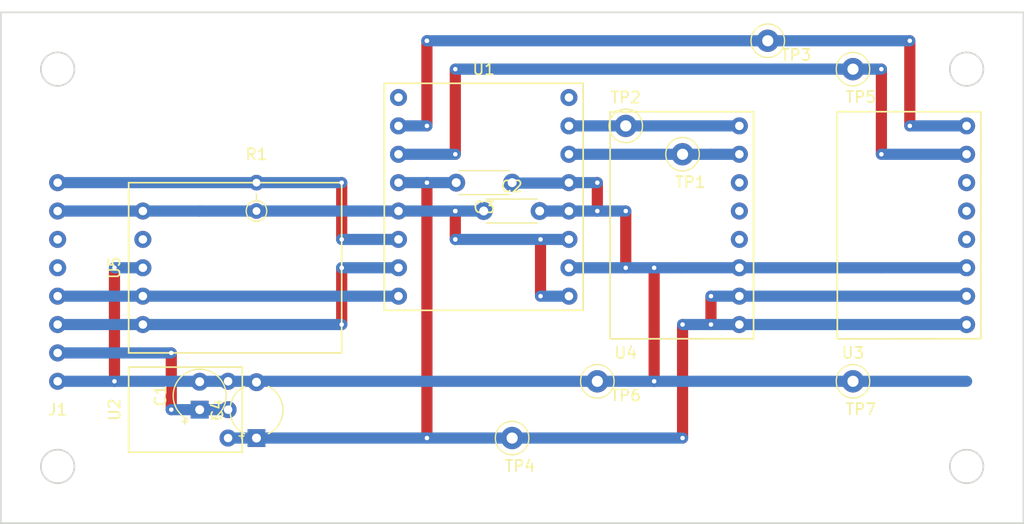
<source format=kicad_pcb>
(kicad_pcb (version 20171130) (host pcbnew "(5.1.2)-2")

  (general
    (thickness 1.6)
    (drawings 8)
    (tracks 115)
    (zones 0)
    (modules 18)
    (nets 23)
  )

  (page A4)
  (layers
    (0 F.Cu signal)
    (31 B.Cu signal)
    (32 B.Adhes user)
    (33 F.Adhes user)
    (34 B.Paste user)
    (35 F.Paste user)
    (36 B.SilkS user)
    (37 F.SilkS user)
    (38 B.Mask user)
    (39 F.Mask user)
    (40 Dwgs.User user)
    (41 Cmts.User user)
    (42 Eco1.User user)
    (43 Eco2.User user)
    (44 Edge.Cuts user)
    (45 Margin user)
    (46 B.CrtYd user)
    (47 F.CrtYd user)
    (48 B.Fab user)
    (49 F.Fab user)
  )

  (setup
    (last_trace_width 1)
    (user_trace_width 1)
    (trace_clearance 0.2)
    (zone_clearance 0.508)
    (zone_45_only no)
    (trace_min 0.2)
    (via_size 0.8)
    (via_drill 0.4)
    (via_min_size 0.4)
    (via_min_drill 0.3)
    (uvia_size 0.3)
    (uvia_drill 0.1)
    (uvias_allowed no)
    (uvia_min_size 0.2)
    (uvia_min_drill 0.1)
    (edge_width 0.15)
    (segment_width 0.2)
    (pcb_text_width 0.3)
    (pcb_text_size 1.5 1.5)
    (mod_edge_width 0.15)
    (mod_text_size 1 1)
    (mod_text_width 0.15)
    (pad_size 1.524 1.524)
    (pad_drill 0.762)
    (pad_to_mask_clearance 0.051)
    (solder_mask_min_width 0.25)
    (aux_axis_origin 0 0)
    (visible_elements 7FFFFFFF)
    (pcbplotparams
      (layerselection 0x01000_7ffffffe)
      (usegerberextensions false)
      (usegerberattributes false)
      (usegerberadvancedattributes false)
      (creategerberjobfile false)
      (excludeedgelayer true)
      (linewidth 0.100000)
      (plotframeref false)
      (viasonmask false)
      (mode 1)
      (useauxorigin false)
      (hpglpennumber 1)
      (hpglpenspeed 20)
      (hpglpendiameter 15.000000)
      (psnegative false)
      (psa4output false)
      (plotreference true)
      (plotvalue true)
      (plotinvisibletext false)
      (padsonsilk false)
      (subtractmaskfromsilk false)
      (outputformat 3)
      (mirror false)
      (drillshape 0)
      (scaleselection 1)
      (outputdirectory "C:/Users/Mike/Desktop/"))
  )

  (net 0 "")
  (net 1 GND)
  (net 2 +3V3)
  (net 3 +3.3VA)
  (net 4 /SCL)
  (net 5 /SDA)
  (net 6 "Net-(U1-Pad8)")
  (net 7 "Net-(U1-Pad9)")
  (net 8 "Net-(U3-Pad3)")
  (net 9 "Net-(U3-Pad4)")
  (net 10 "Net-(U3-Pad5)")
  (net 11 "Net-(U4-Pad5)")
  (net 12 "Net-(U4-Pad4)")
  (net 13 "Net-(U4-Pad3)")
  (net 14 "Net-(U5-Pad2)")
  (net 15 /BAT)
  (net 16 "Net-(TP5-Pad1)")
  (net 17 "Net-(J1-Pad3)")
  (net 18 /DRDY)
  (net 19 "Net-(J1-Pad4)")
  (net 20 "Net-(TP1-Pad1)")
  (net 21 "Net-(TP2-Pad1)")
  (net 22 "Net-(TP3-Pad1)")

  (net_class Default "This is the default net class."
    (clearance 0.2)
    (trace_width 1)
    (via_dia 0.8)
    (via_drill 0.4)
    (uvia_dia 0.3)
    (uvia_drill 0.1)
    (add_net +3.3VA)
    (add_net +3V3)
    (add_net /BAT)
    (add_net /DRDY)
    (add_net /SCL)
    (add_net /SDA)
    (add_net GND)
    (add_net "Net-(J1-Pad3)")
    (add_net "Net-(J1-Pad4)")
    (add_net "Net-(TP1-Pad1)")
    (add_net "Net-(TP2-Pad1)")
    (add_net "Net-(TP3-Pad1)")
    (add_net "Net-(TP5-Pad1)")
    (add_net "Net-(U1-Pad8)")
    (add_net "Net-(U1-Pad9)")
    (add_net "Net-(U3-Pad3)")
    (add_net "Net-(U3-Pad4)")
    (add_net "Net-(U3-Pad5)")
    (add_net "Net-(U4-Pad3)")
    (add_net "Net-(U4-Pad4)")
    (add_net "Net-(U4-Pad5)")
    (add_net "Net-(U5-Pad2)")
  )

  (module Capacitor_THT:C_Disc_D4.3mm_W1.9mm_P5.00mm (layer F.Cu) (tedit 5AE50EF0) (tstamp 5D70E623)
    (at 76.2 55.88 180)
    (descr "C, Disc series, Radial, pin pitch=5.00mm, , diameter*width=4.3*1.9mm^2, Capacitor, http://www.vishay.com/docs/45233/krseries.pdf")
    (tags "C Disc series Radial pin pitch 5.00mm  diameter 4.3mm width 1.9mm Capacitor")
    (path /5CE780E6)
    (fp_text reference C3 (at 2.5 -2.2 180) (layer F.SilkS)
      (effects (font (size 1 1) (thickness 0.15)))
    )
    (fp_text value 0.1uF (at 2.5 2.2 180) (layer F.Fab)
      (effects (font (size 1 1) (thickness 0.15)))
    )
    (fp_text user %R (at 2.5 0 180) (layer F.Fab)
      (effects (font (size 0.86 0.86) (thickness 0.129)))
    )
    (fp_line (start 6.05 -1.2) (end -1.05 -1.2) (layer F.CrtYd) (width 0.05))
    (fp_line (start 6.05 1.2) (end 6.05 -1.2) (layer F.CrtYd) (width 0.05))
    (fp_line (start -1.05 1.2) (end 6.05 1.2) (layer F.CrtYd) (width 0.05))
    (fp_line (start -1.05 -1.2) (end -1.05 1.2) (layer F.CrtYd) (width 0.05))
    (fp_line (start 4.77 1.055) (end 4.77 1.07) (layer F.SilkS) (width 0.12))
    (fp_line (start 4.77 -1.07) (end 4.77 -1.055) (layer F.SilkS) (width 0.12))
    (fp_line (start 0.23 1.055) (end 0.23 1.07) (layer F.SilkS) (width 0.12))
    (fp_line (start 0.23 -1.07) (end 0.23 -1.055) (layer F.SilkS) (width 0.12))
    (fp_line (start 0.23 1.07) (end 4.77 1.07) (layer F.SilkS) (width 0.12))
    (fp_line (start 0.23 -1.07) (end 4.77 -1.07) (layer F.SilkS) (width 0.12))
    (fp_line (start 4.65 -0.95) (end 0.35 -0.95) (layer F.Fab) (width 0.1))
    (fp_line (start 4.65 0.95) (end 4.65 -0.95) (layer F.Fab) (width 0.1))
    (fp_line (start 0.35 0.95) (end 4.65 0.95) (layer F.Fab) (width 0.1))
    (fp_line (start 0.35 -0.95) (end 0.35 0.95) (layer F.Fab) (width 0.1))
    (pad 2 thru_hole circle (at 5 0 180) (size 1.6 1.6) (drill 0.8) (layers *.Cu *.Mask)
      (net 3 +3.3VA))
    (pad 1 thru_hole circle (at 0 0 180) (size 1.6 1.6) (drill 0.8) (layers *.Cu *.Mask)
      (net 1 GND))
    (model ${KISYS3DMOD}/Capacitor_THT.3dshapes/C_Disc_D4.3mm_W1.9mm_P5.00mm.wrl
      (at (xyz 0 0 0))
      (scale (xyz 1 1 1))
      (rotate (xyz 0 0 0))
    )
  )

  (module Capacitor_THT:C_Disc_D4.3mm_W1.9mm_P5.00mm (layer F.Cu) (tedit 5AE50EF0) (tstamp 5D70E60F)
    (at 73.66 58.42)
    (descr "C, Disc series, Radial, pin pitch=5.00mm, , diameter*width=4.3*1.9mm^2, Capacitor, http://www.vishay.com/docs/45233/krseries.pdf")
    (tags "C Disc series Radial pin pitch 5.00mm  diameter 4.3mm width 1.9mm Capacitor")
    (path /5C9D408F)
    (fp_text reference C2 (at 2.5 -2.2) (layer F.SilkS)
      (effects (font (size 1 1) (thickness 0.15)))
    )
    (fp_text value 0.1uF (at 2.5 1.27) (layer F.Fab)
      (effects (font (size 1 1) (thickness 0.15)))
    )
    (fp_text user %R (at 2.5 0) (layer F.Fab)
      (effects (font (size 0.86 0.86) (thickness 0.129)))
    )
    (fp_line (start 6.05 -1.2) (end -1.05 -1.2) (layer F.CrtYd) (width 0.05))
    (fp_line (start 6.05 1.2) (end 6.05 -1.2) (layer F.CrtYd) (width 0.05))
    (fp_line (start -1.05 1.2) (end 6.05 1.2) (layer F.CrtYd) (width 0.05))
    (fp_line (start -1.05 -1.2) (end -1.05 1.2) (layer F.CrtYd) (width 0.05))
    (fp_line (start 4.77 1.055) (end 4.77 1.07) (layer F.SilkS) (width 0.12))
    (fp_line (start 4.77 -1.07) (end 4.77 -1.055) (layer F.SilkS) (width 0.12))
    (fp_line (start 0.23 1.055) (end 0.23 1.07) (layer F.SilkS) (width 0.12))
    (fp_line (start 0.23 -1.07) (end 0.23 -1.055) (layer F.SilkS) (width 0.12))
    (fp_line (start 0.23 1.07) (end 4.77 1.07) (layer F.SilkS) (width 0.12))
    (fp_line (start 0.23 -1.07) (end 4.77 -1.07) (layer F.SilkS) (width 0.12))
    (fp_line (start 4.65 -0.95) (end 0.35 -0.95) (layer F.Fab) (width 0.1))
    (fp_line (start 4.65 0.95) (end 4.65 -0.95) (layer F.Fab) (width 0.1))
    (fp_line (start 0.35 0.95) (end 4.65 0.95) (layer F.Fab) (width 0.1))
    (fp_line (start 0.35 -0.95) (end 0.35 0.95) (layer F.Fab) (width 0.1))
    (pad 2 thru_hole circle (at 5 0) (size 1.6 1.6) (drill 0.8) (layers *.Cu *.Mask)
      (net 1 GND))
    (pad 1 thru_hole circle (at 0 0) (size 1.6 1.6) (drill 0.8) (layers *.Cu *.Mask)
      (net 2 +3V3))
    (model ${KISYS3DMOD}/Capacitor_THT.3dshapes/C_Disc_D4.3mm_W1.9mm_P5.00mm.wrl
      (at (xyz 0 0 0))
      (scale (xyz 1 1 1))
      (rotate (xyz 0 0 0))
    )
  )

  (module street_sense_footprints:RT9170_Module (layer F.Cu) (tedit 5D31F848) (tstamp 5D5784FE)
    (at 53.34 76.2 270)
    (path /5CDB8402)
    (fp_text reference U2 (at 0 12.7 270) (layer F.SilkS)
      (effects (font (size 1 1) (thickness 0.15)))
    )
    (fp_text value RT9170-3.3 (at 5.08 0 180) (layer F.Fab)
      (effects (font (size 1 1) (thickness 0.15)))
    )
    (fp_line (start -3.81 11.43) (end -3.81 1.27) (layer F.SilkS) (width 0.15))
    (fp_line (start 3.81 11.43) (end -3.81 11.43) (layer F.SilkS) (width 0.15))
    (fp_line (start 3.81 1.27) (end 3.81 11.43) (layer F.SilkS) (width 0.15))
    (fp_line (start -3.81 1.27) (end 3.81 1.27) (layer F.SilkS) (width 0.15))
    (pad 3 thru_hole circle (at 0 2.54 270) (size 1.524 1.524) (drill 0.762) (layers *.Cu *.Mask)
      (net 15 /BAT))
    (pad 2 thru_hole circle (at 2.54 2.54 270) (size 1.524 1.524) (drill 0.762) (layers *.Cu *.Mask)
      (net 3 +3.3VA))
    (pad 1 thru_hole circle (at -2.54 2.54 270) (size 1.524 1.524) (drill 0.762) (layers *.Cu *.Mask)
      (net 1 GND))
  )

  (module Capacitor_THT:CP_Radial_Tantal_D4.5mm_P2.50mm (layer F.Cu) (tedit 5AE50EF0) (tstamp 5D578488)
    (at 48.26 76.2 90)
    (descr "CP, Radial_Tantal series, Radial, pin pitch=2.50mm, , diameter=4.5mm, Tantal Electrolytic Capacitor, http://cdn-reichelt.de/documents/datenblatt/B300/TANTAL-TB-Serie%23.pdf")
    (tags "CP Radial_Tantal series Radial pin pitch 2.50mm  diameter 4.5mm Tantal Electrolytic Capacitor")
    (path /5CDC3887)
    (fp_text reference C1 (at 1.25 -3.5 90) (layer F.SilkS)
      (effects (font (size 1 1) (thickness 0.15)))
    )
    (fp_text value 10uF (at -2.54 -1.27) (layer F.Fab)
      (effects (font (size 1 1) (thickness 0.15)))
    )
    (fp_text user %R (at 1.27 -1.27 180) (layer F.Fab)
      (effects (font (size 0.9 0.9) (thickness 0.135)))
    )
    (fp_line (start -1.062288 -1.56) (end -1.062288 -1.11) (layer F.SilkS) (width 0.12))
    (fp_line (start -1.287288 -1.335) (end -0.837288 -1.335) (layer F.SilkS) (width 0.12))
    (fp_line (start -0.44308 -1.2025) (end -0.44308 -0.7525) (layer F.Fab) (width 0.1))
    (fp_line (start -0.66808 -0.9775) (end -0.21808 -0.9775) (layer F.Fab) (width 0.1))
    (fp_circle (center 1.25 0) (end 3.78 0) (layer F.CrtYd) (width 0.05))
    (fp_circle (center 1.25 0) (end 3.5 0) (layer F.Fab) (width 0.1))
    (fp_arc (start 1.25 0) (end -0.869741 -1.06) (angle 306.864288) (layer F.SilkS) (width 0.12))
    (pad 2 thru_hole circle (at 2.5 0 90) (size 1.6 1.6) (drill 0.8) (layers *.Cu *.Mask)
      (net 1 GND))
    (pad 1 thru_hole rect (at 0 0 90) (size 1.6 1.6) (drill 0.8) (layers *.Cu *.Mask)
      (net 15 /BAT))
    (model ${KISYS3DMOD}/Capacitor_THT.3dshapes/CP_Radial_Tantal_D4.5mm_P2.50mm.wrl
      (at (xyz 0 0 0))
      (scale (xyz 1 1 1))
      (rotate (xyz 0 0 0))
    )
  )

  (module street_sense_footprints:connector_8pin (layer F.Cu) (tedit 5D2FF736) (tstamp 5D5784C4)
    (at 35.56 53.34)
    (path /5D4CE359)
    (fp_text reference J1 (at 0 22.86) (layer F.SilkS)
      (effects (font (size 1 1) (thickness 0.15)))
    )
    (fp_text value Conn_01x08 (at 0 -0.5) (layer F.Fab)
      (effects (font (size 1 1) (thickness 0.15)))
    )
    (pad 8 thru_hole circle (at 0 20.32) (size 1.524 1.524) (drill 0.762) (layers *.Cu *.Mask)
      (net 1 GND))
    (pad 7 thru_hole circle (at 0 17.78) (size 1.524 1.524) (drill 0.762) (layers *.Cu *.Mask)
      (net 15 /BAT))
    (pad 6 thru_hole circle (at 0 15.24) (size 1.524 1.524) (drill 0.762) (layers *.Cu *.Mask)
      (net 5 /SDA))
    (pad 5 thru_hole circle (at 0 12.7) (size 1.524 1.524) (drill 0.762) (layers *.Cu *.Mask)
      (net 4 /SCL))
    (pad 4 thru_hole circle (at 0 10.16) (size 1.524 1.524) (drill 0.762) (layers *.Cu *.Mask)
      (net 19 "Net-(J1-Pad4)"))
    (pad 3 thru_hole circle (at 0 7.62) (size 1.524 1.524) (drill 0.762) (layers *.Cu *.Mask)
      (net 17 "Net-(J1-Pad3)"))
    (pad 2 thru_hole circle (at 0 5.08) (size 1.524 1.524) (drill 0.762) (layers *.Cu *.Mask)
      (net 2 +3V3))
    (pad 1 thru_hole circle (at 0 2.54) (size 1.524 1.524) (drill 0.762) (layers *.Cu *.Mask)
      (net 18 /DRDY))
  )

  (module street_sense_footprints:ADS1219_Module (layer F.Cu) (tedit 5D31F715) (tstamp 5D5784F3)
    (at 76.2 68.58 180)
    (path /5C904167)
    (fp_text reference U1 (at 2.54 22.86 180) (layer F.SilkS)
      (effects (font (size 1 1) (thickness 0.15)))
    )
    (fp_text value ADS1219 (at 10.16 22.86 180) (layer F.Fab)
      (effects (font (size 1 1) (thickness 0.15)))
    )
    (fp_line (start -6.35 21.59) (end -6.35 1.27) (layer F.SilkS) (width 0.15))
    (fp_line (start 11.43 21.59) (end -6.35 21.59) (layer F.SilkS) (width 0.15))
    (fp_line (start 11.43 1.27) (end 11.43 21.59) (layer F.SilkS) (width 0.15))
    (fp_line (start -6.35 1.27) (end 11.43 1.27) (layer F.SilkS) (width 0.15))
    (pad 16 thru_hole circle (at 10.16 2.54 180) (size 1.524 1.524) (drill 0.762) (layers *.Cu *.Mask)
      (net 4 /SCL))
    (pad 15 thru_hole circle (at 10.16 5.08 180) (size 1.524 1.524) (drill 0.762) (layers *.Cu *.Mask)
      (net 5 /SDA))
    (pad 14 thru_hole circle (at 10.16 7.62 180) (size 1.524 1.524) (drill 0.762) (layers *.Cu *.Mask)
      (net 18 /DRDY))
    (pad 13 thru_hole circle (at 10.16 10.16 180) (size 1.524 1.524) (drill 0.762) (layers *.Cu *.Mask)
      (net 2 +3V3))
    (pad 12 thru_hole circle (at 10.16 12.7 180) (size 1.524 1.524) (drill 0.762) (layers *.Cu *.Mask)
      (net 3 +3.3VA))
    (pad 11 thru_hole circle (at 10.16 15.24 180) (size 1.524 1.524) (drill 0.762) (layers *.Cu *.Mask)
      (net 16 "Net-(TP5-Pad1)"))
    (pad 10 thru_hole circle (at 10.16 17.78 180) (size 1.524 1.524) (drill 0.762) (layers *.Cu *.Mask)
      (net 22 "Net-(TP3-Pad1)"))
    (pad 9 thru_hole circle (at 10.16 20.32 180) (size 1.524 1.524) (drill 0.762) (layers *.Cu *.Mask)
      (net 7 "Net-(U1-Pad9)"))
    (pad 8 thru_hole circle (at -5.08 20.32 180) (size 1.524 1.524) (drill 0.762) (layers *.Cu *.Mask)
      (net 6 "Net-(U1-Pad8)"))
    (pad 7 thru_hole circle (at -5.08 17.78 180) (size 1.524 1.524) (drill 0.762) (layers *.Cu *.Mask)
      (net 21 "Net-(TP2-Pad1)"))
    (pad 6 thru_hole circle (at -5.08 15.24 180) (size 1.524 1.524) (drill 0.762) (layers *.Cu *.Mask)
      (net 20 "Net-(TP1-Pad1)"))
    (pad 5 thru_hole circle (at -5.08 12.7 180) (size 1.524 1.524) (drill 0.762) (layers *.Cu *.Mask)
      (net 1 GND))
    (pad 4 thru_hole circle (at -5.08 10.16 180) (size 1.524 1.524) (drill 0.762) (layers *.Cu *.Mask)
      (net 1 GND))
    (pad 3 thru_hole circle (at -5.08 7.62 180) (size 1.524 1.524) (drill 0.762) (layers *.Cu *.Mask)
      (net 2 +3V3))
    (pad 2 thru_hole circle (at -5.08 5.08 180) (size 1.524 1.524) (drill 0.762) (layers *.Cu *.Mask)
      (net 1 GND))
    (pad 1 thru_hole circle (at -5.08 2.54 180) (size 1.524 1.524) (drill 0.762) (layers *.Cu *.Mask)
      (net 2 +3V3))
  )

  (module street_sense_footprints:Spec_Sensor_ULPSM_Module (layer F.Cu) (tedit 5D3234BA) (tstamp 5D57850E)
    (at 119.38 60.96 270)
    (path /5C65D94F)
    (fp_text reference U3 (at 10.16 12.7 180) (layer F.SilkS)
      (effects (font (size 1 1) (thickness 0.15)))
    )
    (fp_text value ULPSM-O3 (at 10.16 3.81 180) (layer F.Fab)
      (effects (font (size 1 1) (thickness 0.15)))
    )
    (fp_line (start -11.43 14.11) (end -11.43 1.27) (layer F.SilkS) (width 0.15))
    (fp_line (start 8.9 14.1) (end -11.42 14.1) (layer F.SilkS) (width 0.15))
    (fp_line (start 8.89 1.27) (end 8.9 14.1) (layer F.SilkS) (width 0.15))
    (fp_line (start -11.43 1.27) (end 8.89 1.27) (layer F.SilkS) (width 0.15))
    (pad 8 thru_hole circle (at 7.62 2.54 270) (size 1.524 1.524) (drill 0.762) (layers *.Cu *.Mask)
      (net 3 +3.3VA))
    (pad 7 thru_hole circle (at 5.08 2.54 270) (size 1.524 1.524) (drill 0.762) (layers *.Cu *.Mask)
      (net 3 +3.3VA))
    (pad 6 thru_hole circle (at 2.54 2.54 270) (size 1.524 1.524) (drill 0.762) (layers *.Cu *.Mask)
      (net 1 GND))
    (pad 5 thru_hole circle (at 0 2.54 270) (size 1.524 1.524) (drill 0.762) (layers *.Cu *.Mask)
      (net 10 "Net-(U3-Pad5)"))
    (pad 4 thru_hole circle (at -2.54 2.54 270) (size 1.524 1.524) (drill 0.762) (layers *.Cu *.Mask)
      (net 9 "Net-(U3-Pad4)"))
    (pad 3 thru_hole circle (at -5.08 2.54 270) (size 1.524 1.524) (drill 0.762) (layers *.Cu *.Mask)
      (net 8 "Net-(U3-Pad3)"))
    (pad 2 thru_hole circle (at -7.62 2.54 270) (size 1.524 1.524) (drill 0.762) (layers *.Cu *.Mask)
      (net 16 "Net-(TP5-Pad1)"))
    (pad 1 thru_hole circle (at -10.16 2.54 270) (size 1.524 1.524) (drill 0.762) (layers *.Cu *.Mask)
      (net 22 "Net-(TP3-Pad1)"))
  )

  (module street_sense_footprints:Spec_Sensor_ULPSM_Module (layer F.Cu) (tedit 5D3234BA) (tstamp 5D57851E)
    (at 99.06 60.96 270)
    (path /5C65DB1D)
    (fp_text reference U4 (at 10.16 12.7 180) (layer F.SilkS)
      (effects (font (size 1 1) (thickness 0.15)))
    )
    (fp_text value ULPSM-NO2 (at 10.16 2.54 180) (layer F.Fab)
      (effects (font (size 1 1) (thickness 0.15)))
    )
    (fp_line (start -11.43 14.11) (end -11.43 1.27) (layer F.SilkS) (width 0.15))
    (fp_line (start 8.9 14.1) (end -11.42 14.1) (layer F.SilkS) (width 0.15))
    (fp_line (start 8.89 1.27) (end 8.9 14.1) (layer F.SilkS) (width 0.15))
    (fp_line (start -11.43 1.27) (end 8.89 1.27) (layer F.SilkS) (width 0.15))
    (pad 8 thru_hole circle (at 7.62 2.54 270) (size 1.524 1.524) (drill 0.762) (layers *.Cu *.Mask)
      (net 3 +3.3VA))
    (pad 7 thru_hole circle (at 5.08 2.54 270) (size 1.524 1.524) (drill 0.762) (layers *.Cu *.Mask)
      (net 3 +3.3VA))
    (pad 6 thru_hole circle (at 2.54 2.54 270) (size 1.524 1.524) (drill 0.762) (layers *.Cu *.Mask)
      (net 1 GND))
    (pad 5 thru_hole circle (at 0 2.54 270) (size 1.524 1.524) (drill 0.762) (layers *.Cu *.Mask)
      (net 11 "Net-(U4-Pad5)"))
    (pad 4 thru_hole circle (at -2.54 2.54 270) (size 1.524 1.524) (drill 0.762) (layers *.Cu *.Mask)
      (net 12 "Net-(U4-Pad4)"))
    (pad 3 thru_hole circle (at -5.08 2.54 270) (size 1.524 1.524) (drill 0.762) (layers *.Cu *.Mask)
      (net 13 "Net-(U4-Pad3)"))
    (pad 2 thru_hole circle (at -7.62 2.54 270) (size 1.524 1.524) (drill 0.762) (layers *.Cu *.Mask)
      (net 20 "Net-(TP1-Pad1)"))
    (pad 1 thru_hole circle (at -10.16 2.54 270) (size 1.524 1.524) (drill 0.762) (layers *.Cu *.Mask)
      (net 21 "Net-(TP2-Pad1)"))
  )

  (module street_sense_footprints:Si7021_Module (layer F.Cu) (tedit 5D31FFCF) (tstamp 5D57852B)
    (at 53.34 63.5 270)
    (path /5C99F1F0)
    (fp_text reference U5 (at 0 12.7 270) (layer F.SilkS)
      (effects (font (size 1 1) (thickness 0.15)))
    )
    (fp_text value Si7021_Module (at 7.62 -7.62 180) (layer F.Fab)
      (effects (font (size 1 1) (thickness 0.15)))
    )
    (fp_line (start -7.62 -7.62) (end -7.62 11.43) (layer F.SilkS) (width 0.15))
    (fp_line (start 7.62 -7.62) (end -7.62 -7.62) (layer F.SilkS) (width 0.15))
    (fp_line (start 7.62 11.43) (end 7.62 -7.62) (layer F.SilkS) (width 0.15))
    (fp_line (start -7.62 11.43) (end 7.62 11.43) (layer F.SilkS) (width 0.15))
    (pad 5 thru_hole circle (at 5.08 10.16 270) (size 1.524 1.524) (drill 0.762) (layers *.Cu *.Mask)
      (net 5 /SDA))
    (pad 4 thru_hole circle (at 2.54 10.16 270) (size 1.524 1.524) (drill 0.762) (layers *.Cu *.Mask)
      (net 4 /SCL))
    (pad 3 thru_hole circle (at 0 10.16 270) (size 1.524 1.524) (drill 0.762) (layers *.Cu *.Mask)
      (net 1 GND))
    (pad 2 thru_hole circle (at -2.54 10.16 270) (size 1.524 1.524) (drill 0.762) (layers *.Cu *.Mask)
      (net 14 "Net-(U5-Pad2)"))
    (pad 1 thru_hole circle (at -5.08 10.16 270) (size 1.524 1.524) (drill 0.762) (layers *.Cu *.Mask)
      (net 2 +3V3))
  )

  (module TestPoint:TestPoint_Loop_D2.50mm_Drill1.0mm (layer F.Cu) (tedit 5A0F774F) (tstamp 5D387A81)
    (at 86.36 50.8)
    (descr "wire loop as test point, loop diameter 2.5mm, hole diameter 1.0mm")
    (tags "test point wire loop bead")
    (path /5D3273D8)
    (fp_text reference TP2 (at 0 -2.54) (layer F.SilkS)
      (effects (font (size 1 1) (thickness 0.15)))
    )
    (fp_text value TestPoint (at 0 -3.81) (layer F.Fab)
      (effects (font (size 1 1) (thickness 0.15)))
    )
    (fp_text user %R (at 0.7 2.5) (layer F.Fab)
      (effects (font (size 1 1) (thickness 0.15)))
    )
    (fp_circle (center 0 0) (end 1.5 0) (layer F.SilkS) (width 0.12))
    (fp_circle (center 0 0) (end 1.8 0) (layer F.CrtYd) (width 0.05))
    (fp_line (start 1.3 -0.2) (end -1.3 -0.2) (layer F.Fab) (width 0.12))
    (fp_line (start 1.3 0.2) (end 1.3 -0.2) (layer F.Fab) (width 0.12))
    (fp_line (start -1.3 0.2) (end 1.3 0.2) (layer F.Fab) (width 0.12))
    (fp_line (start -1.3 -0.2) (end -1.3 0.2) (layer F.Fab) (width 0.12))
    (pad 1 thru_hole circle (at 0 0) (size 2 2) (drill 1) (layers *.Cu *.Mask)
      (net 21 "Net-(TP2-Pad1)"))
    (model ${KISYS3DMOD}/TestPoint.3dshapes/TestPoint_Loop_D2.50mm_Drill1.0mm.wrl
      (at (xyz 0 0 0))
      (scale (xyz 1 1 1))
      (rotate (xyz 0 0 0))
    )
  )

  (module TestPoint:TestPoint_Loop_D2.50mm_Drill1.0mm (layer F.Cu) (tedit 5A0F774F) (tstamp 5D7E0901)
    (at 76.2 78.74)
    (descr "wire loop as test point, loop diameter 2.5mm, hole diameter 1.0mm")
    (tags "test point wire loop bead")
    (path /5D327912)
    (fp_text reference TP4 (at 0.7 2.5) (layer F.SilkS)
      (effects (font (size 1 1) (thickness 0.15)))
    )
    (fp_text value TestPoint (at 0 -2.54) (layer F.Fab)
      (effects (font (size 1 1) (thickness 0.15)))
    )
    (fp_text user %R (at 0.7 2.5) (layer F.Fab)
      (effects (font (size 1 1) (thickness 0.15)))
    )
    (fp_circle (center 0 0) (end 1.5 0) (layer F.SilkS) (width 0.12))
    (fp_circle (center 0 0) (end 1.8 0) (layer F.CrtYd) (width 0.05))
    (fp_line (start 1.3 -0.2) (end -1.3 -0.2) (layer F.Fab) (width 0.12))
    (fp_line (start 1.3 0.2) (end 1.3 -0.2) (layer F.Fab) (width 0.12))
    (fp_line (start -1.3 0.2) (end 1.3 0.2) (layer F.Fab) (width 0.12))
    (fp_line (start -1.3 -0.2) (end -1.3 0.2) (layer F.Fab) (width 0.12))
    (pad 1 thru_hole circle (at 0 0) (size 2 2) (drill 1) (layers *.Cu *.Mask)
      (net 3 +3.3VA))
    (model ${KISYS3DMOD}/TestPoint.3dshapes/TestPoint_Loop_D2.50mm_Drill1.0mm.wrl
      (at (xyz 0 0 0))
      (scale (xyz 1 1 1))
      (rotate (xyz 0 0 0))
    )
  )

  (module TestPoint:TestPoint_Loop_D2.50mm_Drill1.0mm (layer F.Cu) (tedit 5A0F774F) (tstamp 5D7E090D)
    (at 106.68 45.72)
    (descr "wire loop as test point, loop diameter 2.5mm, hole diameter 1.0mm")
    (tags "test point wire loop bead")
    (path /5D327640)
    (fp_text reference TP5 (at 0.7 2.5) (layer F.SilkS)
      (effects (font (size 1 1) (thickness 0.15)))
    )
    (fp_text value TestPoint (at 0 -3.81) (layer F.Fab)
      (effects (font (size 1 1) (thickness 0.15)))
    )
    (fp_text user %R (at 0.7 2.5) (layer F.Fab)
      (effects (font (size 1 1) (thickness 0.15)))
    )
    (fp_circle (center 0 0) (end 1.5 0) (layer F.SilkS) (width 0.12))
    (fp_circle (center 0 0) (end 1.8 0) (layer F.CrtYd) (width 0.05))
    (fp_line (start 1.3 -0.2) (end -1.3 -0.2) (layer F.Fab) (width 0.12))
    (fp_line (start 1.3 0.2) (end 1.3 -0.2) (layer F.Fab) (width 0.12))
    (fp_line (start -1.3 0.2) (end 1.3 0.2) (layer F.Fab) (width 0.12))
    (fp_line (start -1.3 -0.2) (end -1.3 0.2) (layer F.Fab) (width 0.12))
    (pad 1 thru_hole circle (at 0 0) (size 2 2) (drill 1) (layers *.Cu *.Mask)
      (net 16 "Net-(TP5-Pad1)"))
    (model ${KISYS3DMOD}/TestPoint.3dshapes/TestPoint_Loop_D2.50mm_Drill1.0mm.wrl
      (at (xyz 0 0 0))
      (scale (xyz 1 1 1))
      (rotate (xyz 0 0 0))
    )
  )

  (module TestPoint:TestPoint_Loop_D2.50mm_Drill1.0mm (layer F.Cu) (tedit 5A0F774F) (tstamp 5D7E0919)
    (at 83.82 73.66)
    (descr "wire loop as test point, loop diameter 2.5mm, hole diameter 1.0mm")
    (tags "test point wire loop bead")
    (path /5D3F578D)
    (fp_text reference TP6 (at 2.54 1.27) (layer F.SilkS)
      (effects (font (size 1 1) (thickness 0.15)))
    )
    (fp_text value TestPoint (at -2.54 -2.54) (layer F.Fab)
      (effects (font (size 1 1) (thickness 0.15)))
    )
    (fp_text user %R (at 0.7 2.5) (layer F.Fab)
      (effects (font (size 1 1) (thickness 0.15)))
    )
    (fp_circle (center 0 0) (end 1.5 0) (layer F.SilkS) (width 0.12))
    (fp_circle (center 0 0) (end 1.8 0) (layer F.CrtYd) (width 0.05))
    (fp_line (start 1.3 -0.2) (end -1.3 -0.2) (layer F.Fab) (width 0.12))
    (fp_line (start 1.3 0.2) (end 1.3 -0.2) (layer F.Fab) (width 0.12))
    (fp_line (start -1.3 0.2) (end 1.3 0.2) (layer F.Fab) (width 0.12))
    (fp_line (start -1.3 -0.2) (end -1.3 0.2) (layer F.Fab) (width 0.12))
    (pad 1 thru_hole circle (at 0 0) (size 2 2) (drill 1) (layers *.Cu *.Mask)
      (net 1 GND))
    (model ${KISYS3DMOD}/TestPoint.3dshapes/TestPoint_Loop_D2.50mm_Drill1.0mm.wrl
      (at (xyz 0 0 0))
      (scale (xyz 1 1 1))
      (rotate (xyz 0 0 0))
    )
  )

  (module TestPoint:TestPoint_Loop_D2.50mm_Drill1.0mm (layer F.Cu) (tedit 5A0F774F) (tstamp 5D3F3C55)
    (at 91.44 53.34)
    (descr "wire loop as test point, loop diameter 2.5mm, hole diameter 1.0mm")
    (tags "test point wire loop bead")
    (path /5D327569)
    (fp_text reference TP1 (at 0.7 2.5) (layer F.SilkS)
      (effects (font (size 1 1) (thickness 0.15)))
    )
    (fp_text value TestPoint (at -2.54 1.27) (layer F.Fab)
      (effects (font (size 1 1) (thickness 0.15)))
    )
    (fp_text user %R (at 0.7 2.5) (layer F.Fab)
      (effects (font (size 1 1) (thickness 0.15)))
    )
    (fp_circle (center 0 0) (end 1.5 0) (layer F.SilkS) (width 0.12))
    (fp_circle (center 0 0) (end 1.8 0) (layer F.CrtYd) (width 0.05))
    (fp_line (start 1.3 -0.2) (end -1.3 -0.2) (layer F.Fab) (width 0.12))
    (fp_line (start 1.3 0.2) (end 1.3 -0.2) (layer F.Fab) (width 0.12))
    (fp_line (start -1.3 0.2) (end 1.3 0.2) (layer F.Fab) (width 0.12))
    (fp_line (start -1.3 -0.2) (end -1.3 0.2) (layer F.Fab) (width 0.12))
    (pad 1 thru_hole circle (at 0 0) (size 2 2) (drill 1) (layers *.Cu *.Mask)
      (net 20 "Net-(TP1-Pad1)"))
    (model ${KISYS3DMOD}/TestPoint.3dshapes/TestPoint_Loop_D2.50mm_Drill1.0mm.wrl
      (at (xyz 0 0 0))
      (scale (xyz 1 1 1))
      (rotate (xyz 0 0 0))
    )
  )

  (module TestPoint:TestPoint_Loop_D2.50mm_Drill1.0mm (layer F.Cu) (tedit 5A0F774F) (tstamp 5D3F3C61)
    (at 99.06 43.18)
    (descr "wire loop as test point, loop diameter 2.5mm, hole diameter 1.0mm")
    (tags "test point wire loop bead")
    (path /5D3276FB)
    (fp_text reference TP3 (at 2.54 1.27) (layer F.SilkS)
      (effects (font (size 1 1) (thickness 0.15)))
    )
    (fp_text value TestPoint (at 0 -2.8) (layer F.Fab)
      (effects (font (size 1 1) (thickness 0.15)))
    )
    (fp_text user %R (at 0.7 2.5) (layer F.Fab)
      (effects (font (size 1 1) (thickness 0.15)))
    )
    (fp_circle (center 0 0) (end 1.5 0) (layer F.SilkS) (width 0.12))
    (fp_circle (center 0 0) (end 1.8 0) (layer F.CrtYd) (width 0.05))
    (fp_line (start 1.3 -0.2) (end -1.3 -0.2) (layer F.Fab) (width 0.12))
    (fp_line (start 1.3 0.2) (end 1.3 -0.2) (layer F.Fab) (width 0.12))
    (fp_line (start -1.3 0.2) (end 1.3 0.2) (layer F.Fab) (width 0.12))
    (fp_line (start -1.3 -0.2) (end -1.3 0.2) (layer F.Fab) (width 0.12))
    (pad 1 thru_hole circle (at 0 0) (size 2 2) (drill 1) (layers *.Cu *.Mask)
      (net 22 "Net-(TP3-Pad1)"))
    (model ${KISYS3DMOD}/TestPoint.3dshapes/TestPoint_Loop_D2.50mm_Drill1.0mm.wrl
      (at (xyz 0 0 0))
      (scale (xyz 1 1 1))
      (rotate (xyz 0 0 0))
    )
  )

  (module Resistor_THT:R_Axial_DIN0204_L3.6mm_D1.6mm_P2.54mm_Vertical (layer F.Cu) (tedit 5AE5139B) (tstamp 5D4BF97C)
    (at 53.34 58.42 90)
    (descr "Resistor, Axial_DIN0204 series, Axial, Vertical, pin pitch=2.54mm, 0.167W, length*diameter=3.6*1.6mm^2, http://cdn-reichelt.de/documents/datenblatt/B400/1_4W%23YAG.pdf")
    (tags "Resistor Axial_DIN0204 series Axial Vertical pin pitch 2.54mm 0.167W length 3.6mm diameter 1.6mm")
    (path /5CF0F516)
    (fp_text reference R1 (at 5.08 0 180) (layer F.SilkS)
      (effects (font (size 1 1) (thickness 0.15)))
    )
    (fp_text value 4.7k (at -2.54 0 180) (layer F.Fab)
      (effects (font (size 1 1) (thickness 0.15)))
    )
    (fp_text user %R (at 1.27 -1.92 180) (layer F.Fab)
      (effects (font (size 1 1) (thickness 0.15)))
    )
    (fp_line (start 3.49 -1.05) (end -1.05 -1.05) (layer F.CrtYd) (width 0.05))
    (fp_line (start 3.49 1.05) (end 3.49 -1.05) (layer F.CrtYd) (width 0.05))
    (fp_line (start -1.05 1.05) (end 3.49 1.05) (layer F.CrtYd) (width 0.05))
    (fp_line (start -1.05 -1.05) (end -1.05 1.05) (layer F.CrtYd) (width 0.05))
    (fp_line (start 0.92 0) (end 1.54 0) (layer F.SilkS) (width 0.12))
    (fp_line (start 0 0) (end 2.54 0) (layer F.Fab) (width 0.1))
    (fp_circle (center 0 0) (end 0.92 0) (layer F.SilkS) (width 0.12))
    (fp_circle (center 0 0) (end 0.8 0) (layer F.Fab) (width 0.1))
    (pad 2 thru_hole oval (at 2.54 0 90) (size 1.4 1.4) (drill 0.7) (layers *.Cu *.Mask)
      (net 18 /DRDY))
    (pad 1 thru_hole circle (at 0 0 90) (size 1.4 1.4) (drill 0.7) (layers *.Cu *.Mask)
      (net 2 +3V3))
    (model ${KISYS3DMOD}/Resistor_THT.3dshapes/R_Axial_DIN0204_L3.6mm_D1.6mm_P2.54mm_Vertical.wrl
      (at (xyz 0 0 0))
      (scale (xyz 1 1 1))
      (rotate (xyz 0 0 0))
    )
  )

  (module Capacitor_THT:CP_Radial_Tantal_D4.5mm_P5.00mm (layer F.Cu) (tedit 5AE50EF0) (tstamp 5D4BFB6B)
    (at 53.34 78.74 90)
    (descr "CP, Radial_Tantal series, Radial, pin pitch=5.00mm, , diameter=4.5mm, Tantal Electrolytic Capacitor, http://cdn-reichelt.de/documents/datenblatt/B300/TANTAL-TB-Serie%23.pdf")
    (tags "CP Radial_Tantal series Radial pin pitch 5.00mm  diameter 4.5mm Tantal Electrolytic Capacitor")
    (path /5CDC93B5)
    (fp_text reference C4 (at 2.5 -3.5 90) (layer F.SilkS)
      (effects (font (size 1 1) (thickness 0.15)))
    )
    (fp_text value 10uF (at 2.5 3.5 180) (layer F.Fab)
      (effects (font (size 1 1) (thickness 0.15)))
    )
    (fp_arc (start 2.5 0) (end 0.380259 -1.06) (angle 126.864288) (layer F.SilkS) (width 0.12))
    (fp_arc (start 2.5 0) (end 0.380259 1.06) (angle -126.864288) (layer F.SilkS) (width 0.12))
    (fp_circle (center 2.5 0) (end 4.75 0) (layer F.Fab) (width 0.1))
    (fp_circle (center 2.5 0) (end 6.22 0) (layer F.CrtYd) (width 0.05))
    (fp_line (start 0.58192 -0.9775) (end 1.03192 -0.9775) (layer F.Fab) (width 0.1))
    (fp_line (start 0.80692 -1.2025) (end 0.80692 -0.7525) (layer F.Fab) (width 0.1))
    (fp_line (start -0.037288 -1.335) (end 0.412712 -1.335) (layer F.SilkS) (width 0.12))
    (fp_line (start 0.187712 -1.56) (end 0.187712 -1.11) (layer F.SilkS) (width 0.12))
    (fp_text user %R (at 2.5 0 180) (layer F.Fab)
      (effects (font (size 0.9 0.9) (thickness 0.135)))
    )
    (pad 1 thru_hole rect (at 0 0 90) (size 1.6 1.6) (drill 0.8) (layers *.Cu *.Mask)
      (net 3 +3.3VA))
    (pad 2 thru_hole circle (at 5 0 90) (size 1.6 1.6) (drill 0.8) (layers *.Cu *.Mask)
      (net 1 GND))
    (model ${KISYS3DMOD}/Capacitor_THT.3dshapes/CP_Radial_Tantal_D4.5mm_P5.00mm.wrl
      (at (xyz 0 0 0))
      (scale (xyz 1 1 1))
      (rotate (xyz 0 0 0))
    )
  )

  (module TestPoint:TestPoint_Loop_D2.50mm_Drill1.0mm (layer F.Cu) (tedit 5A0F774F) (tstamp 5D407640)
    (at 106.68 73.66)
    (descr "wire loop as test point, loop diameter 2.5mm, hole diameter 1.0mm")
    (tags "test point wire loop bead")
    (path /5D40CD67)
    (fp_text reference TP7 (at 0.7 2.5) (layer F.SilkS)
      (effects (font (size 1 1) (thickness 0.15)))
    )
    (fp_text value TestPoint (at 0 -2.8) (layer F.Fab)
      (effects (font (size 1 1) (thickness 0.15)))
    )
    (fp_line (start -1.3 -0.2) (end -1.3 0.2) (layer F.Fab) (width 0.12))
    (fp_line (start -1.3 0.2) (end 1.3 0.2) (layer F.Fab) (width 0.12))
    (fp_line (start 1.3 0.2) (end 1.3 -0.2) (layer F.Fab) (width 0.12))
    (fp_line (start 1.3 -0.2) (end -1.3 -0.2) (layer F.Fab) (width 0.12))
    (fp_circle (center 0 0) (end 1.8 0) (layer F.CrtYd) (width 0.05))
    (fp_circle (center 0 0) (end 1.5 0) (layer F.SilkS) (width 0.12))
    (fp_text user %R (at 0.7 2.5) (layer F.Fab)
      (effects (font (size 1 1) (thickness 0.15)))
    )
    (pad 1 thru_hole circle (at 0 0) (size 2 2) (drill 1) (layers *.Cu *.Mask)
      (net 1 GND))
    (model ${KISYS3DMOD}/TestPoint.3dshapes/TestPoint_Loop_D2.50mm_Drill1.0mm.wrl
      (at (xyz 0 0 0))
      (scale (xyz 1 1 1))
      (rotate (xyz 0 0 0))
    )
  )

  (gr_line (start 121.92 40.64) (end 30.48 40.64) (layer Edge.Cuts) (width 0.15))
  (gr_circle (center 35.56 45.72) (end 37.06 45.72) (layer Edge.Cuts) (width 0.15) (tstamp 5D7139C5))
  (gr_circle (center 35.56 81.28) (end 37.06 81.28) (layer Edge.Cuts) (width 0.15) (tstamp 5D7139C3))
  (gr_circle (center 116.84 45.72) (end 118.34 45.72) (layer Edge.Cuts) (width 0.15))
  (gr_circle (center 116.84 81.28) (end 118.34 81.28) (layer Edge.Cuts) (width 0.15))
  (gr_line (start 121.92 40.64) (end 121.92 86.36) (layer Edge.Cuts) (width 0.15))
  (gr_line (start 30.48 86.36) (end 30.48 40.64) (layer Edge.Cuts) (width 0.15))
  (gr_line (start 121.92 86.36) (end 30.48 86.36) (layer Edge.Cuts) (width 0.15))

  (via (at 40.64 63.5) (size 0.8) (drill 0.4) (layers F.Cu B.Cu) (net 1))
  (segment (start 81.24 55.92) (end 81.28 55.88) (width 1) (layer B.Cu) (net 1))
  (segment (start 76.2 55.92) (end 81.24 55.92) (width 1) (layer B.Cu) (net 1))
  (segment (start 76.2 55.88) (end 76.2 55.92) (width 1) (layer B.Cu) (net 1))
  (segment (start 81.28 58.42) (end 81.28 58.42) (width 1) (layer B.Cu) (net 1))
  (segment (start 109.22 63.5) (end 116.84 63.5) (width 1) (layer B.Cu) (net 1))
  (segment (start 91.44 63.5) (end 109.22 63.5) (width 1) (layer B.Cu) (net 1))
  (segment (start 81.28 58.42) (end 78.7 58.42) (width 1) (layer B.Cu) (net 1) (tstamp 5D3F3BD1))
  (via (at 81.28 58.42) (size 0.8) (drill 0.4) (layers F.Cu B.Cu) (net 1))
  (segment (start 91.44 63.5) (end 88.9 63.5) (width 1) (layer B.Cu) (net 1))
  (via (at 88.9 73.66) (size 0.8) (drill 0.4) (layers F.Cu B.Cu) (net 1))
  (segment (start 35.56 73.66) (end 40.64 73.66) (width 1) (layer B.Cu) (net 1))
  (segment (start 88.9 73.66) (end 88.9 63.5) (width 1) (layer F.Cu) (net 1))
  (segment (start 88.9 63.5) (end 86.36 63.5) (width 1) (layer B.Cu) (net 1) (tstamp 5D3F3BE5))
  (via (at 88.9 63.5) (size 0.8) (drill 0.4) (layers F.Cu B.Cu) (net 1))
  (segment (start 81.28 58.42) (end 83.82 58.42) (width 1) (layer B.Cu) (net 1))
  (segment (start 86.36 58.42) (end 86.36 58.42) (width 1) (layer B.Cu) (net 1) (tstamp 5D3F3BEB))
  (via (at 86.36 58.42) (size 0.8) (drill 0.4) (layers F.Cu B.Cu) (net 1))
  (segment (start 86.36 63.5) (end 81.28 63.5) (width 1) (layer B.Cu) (net 1) (tstamp 5D3F3BED))
  (via (at 86.36 63.5) (size 0.8) (drill 0.4) (layers F.Cu B.Cu) (net 1))
  (segment (start 86.36 58.42) (end 86.36 63.5) (width 1) (layer F.Cu) (net 1))
  (segment (start 83.82 55.88) (end 83.82 55.88) (width 1) (layer F.Cu) (net 1))
  (segment (start 40.64 73.66) (end 88.9 73.66) (width 1) (layer B.Cu) (net 1) (tstamp 5D4BFA63))
  (via (at 40.64 73.66) (size 0.8) (drill 0.4) (layers F.Cu B.Cu) (net 1))
  (segment (start 43.18 63.5) (end 40.64 63.5) (width 1) (layer B.Cu) (net 1))
  (segment (start 40.64 63.5) (end 40.64 73.66) (width 1) (layer F.Cu) (net 1))
  (segment (start 83.82 55.88) (end 83.82 58.42) (width 1) (layer F.Cu) (net 1) (tstamp 5D4BFBF0))
  (via (at 83.82 55.88) (size 0.8) (drill 0.4) (layers F.Cu B.Cu) (net 1))
  (segment (start 83.82 58.42) (end 86.36 58.42) (width 1) (layer B.Cu) (net 1) (tstamp 5D4BFBF2))
  (via (at 83.82 58.42) (size 0.8) (drill 0.4) (layers F.Cu B.Cu) (net 1))
  (segment (start 83.82 55.88) (end 81.28 55.88) (width 1) (layer B.Cu) (net 1))
  (segment (start 88.9 73.66) (end 116.84 73.66) (width 1) (layer B.Cu) (net 1))
  (via (at 71.12 60.96) (size 0.8) (drill 0.4) (layers F.Cu B.Cu) (net 2))
  (via (at 71.12 58.42) (size 0.8) (drill 0.4) (layers F.Cu B.Cu) (net 2))
  (segment (start 71.12 58.42) (end 71.12 58.42) (width 1) (layer B.Cu) (net 2) (tstamp 5D6418B4))
  (via (at 71.12 58.42) (size 0.8) (drill 0.4) (layers F.Cu B.Cu) (net 2))
  (segment (start 71.12 60.96) (end 71.12 60.96) (width 1) (layer B.Cu) (net 2) (tstamp 5D6418B6))
  (via (at 71.12 60.96) (size 0.8) (drill 0.4) (layers F.Cu B.Cu) (net 2))
  (segment (start 71.12 58.42) (end 71.12 58.42) (width 1) (layer B.Cu) (net 2) (tstamp 5D6418B8))
  (via (at 71.12 58.42) (size 0.8) (drill 0.4) (layers F.Cu B.Cu) (net 2))
  (segment (start 71.12 58.42) (end 71.12 60.96) (width 1) (layer F.Cu) (net 2))
  (segment (start 73.66 58.42) (end 66.04 58.42) (width 1) (layer B.Cu) (net 2))
  (segment (start 66.04 58.42) (end 48.26 58.42) (width 1) (layer B.Cu) (net 2))
  (segment (start 48.26 58.42) (end 35.56 58.42) (width 1) (layer B.Cu) (net 2) (tstamp 5D392ED6))
  (via (at 78.74 66.04) (size 0.8) (drill 0.4) (layers F.Cu B.Cu) (net 2))
  (segment (start 78.74 60.96) (end 78.74 66.04) (width 1) (layer F.Cu) (net 2))
  (segment (start 78.74 66.04) (end 81.28 66.04) (width 1) (layer B.Cu) (net 2))
  (via (at 78.74 60.96) (size 0.8) (drill 0.4) (layers F.Cu B.Cu) (net 2))
  (segment (start 78.74 60.96) (end 71.12 60.96) (width 1) (layer B.Cu) (net 2))
  (segment (start 81.28 60.96) (end 78.74 60.96) (width 1) (layer B.Cu) (net 2))
  (segment (start 66.04 55.88) (end 68.58 55.88) (width 1) (layer B.Cu) (net 3))
  (segment (start 68.58 55.88) (end 71.12 55.88) (width 1) (layer B.Cu) (net 3))
  (segment (start 93.98 66.04) (end 93.98 66.04) (width 1) (layer B.Cu) (net 3))
  (segment (start 93.98 66.04) (end 116.84 66.04) (width 1) (layer B.Cu) (net 3) (tstamp 5D388062))
  (via (at 93.98 66.04) (size 0.8) (drill 0.4) (layers F.Cu B.Cu) (net 3))
  (segment (start 50.8 78.74) (end 68.58 78.74) (width 1) (layer B.Cu) (net 3))
  (via (at 68.58 78.74) (size 0.8) (drill 0.4) (layers F.Cu B.Cu) (net 3))
  (segment (start 68.58 55.88) (end 68.58 55.88) (width 1) (layer B.Cu) (net 3) (tstamp 5D388A9C))
  (via (at 68.58 55.88) (size 0.8) (drill 0.4) (layers F.Cu B.Cu) (net 3))
  (segment (start 68.58 78.74) (end 68.58 55.88) (width 1) (layer F.Cu) (net 3))
  (via (at 91.44 78.74) (size 0.8) (drill 0.4) (layers F.Cu B.Cu) (net 3))
  (segment (start 68.58 78.74) (end 91.44 78.74) (width 1) (layer B.Cu) (net 3))
  (via (at 91.44 68.58) (size 0.8) (drill 0.4) (layers F.Cu B.Cu) (net 3))
  (segment (start 91.44 68.58) (end 93.98 68.58) (width 1) (layer B.Cu) (net 3))
  (segment (start 91.44 78.74) (end 91.44 68.58) (width 1) (layer F.Cu) (net 3))
  (segment (start 93.98 68.58) (end 93.98 66.04) (width 1) (layer F.Cu) (net 3))
  (segment (start 93.98 68.58) (end 116.84 68.58) (width 1) (layer B.Cu) (net 3) (tstamp 5D3F3BE2))
  (via (at 93.98 68.58) (size 0.8) (drill 0.4) (layers F.Cu B.Cu) (net 3))
  (segment (start 35.56 66.04) (end 66.04 66.04) (width 1) (layer B.Cu) (net 4))
  (segment (start 35.56 68.58) (end 60.96 68.58) (width 1) (layer B.Cu) (net 5))
  (segment (start 66.04 63.5) (end 60.96 63.5) (width 1) (layer B.Cu) (net 5))
  (segment (start 60.96 63.5) (end 60.96 63.5) (width 1) (layer B.Cu) (net 5) (tstamp 5D392BD8))
  (via (at 60.96 63.5) (size 0.8) (drill 0.4) (layers F.Cu B.Cu) (net 5))
  (segment (start 60.96 68.58) (end 60.96 68.58) (width 1) (layer B.Cu) (net 5) (tstamp 5D392BDA))
  (via (at 60.96 68.58) (size 0.8) (drill 0.4) (layers F.Cu B.Cu) (net 5))
  (segment (start 60.96 63.5) (end 60.96 63.5) (width 1) (layer B.Cu) (net 5) (tstamp 5D392BDC))
  (via (at 60.96 63.5) (size 0.8) (drill 0.4) (layers F.Cu B.Cu) (net 5))
  (segment (start 60.96 63.5) (end 60.96 68.58) (width 1) (layer F.Cu) (net 5))
  (via (at 45.72 71.12) (size 0.8) (drill 0.4) (layers F.Cu B.Cu) (net 15))
  (segment (start 45.72 76.2) (end 45.72 76.2) (width 1) (layer B.Cu) (net 15))
  (segment (start 45.72 76.2) (end 50.8 76.2) (width 1) (layer B.Cu) (net 15) (tstamp 5D388F9E))
  (via (at 45.72 76.2) (size 0.8) (drill 0.4) (layers F.Cu B.Cu) (net 15))
  (segment (start 35.56 71.12) (end 45.72 71.12) (width 1) (layer B.Cu) (net 15))
  (segment (start 45.72 71.12) (end 45.72 76.2) (width 1) (layer F.Cu) (net 15))
  (via (at 71.12 45.72) (size 0.8) (drill 0.4) (layers F.Cu B.Cu) (net 16))
  (via (at 71.12 53.34) (size 0.8) (drill 0.4) (layers F.Cu B.Cu) (net 16))
  (segment (start 71.12 45.72) (end 71.12 53.34) (width 1) (layer F.Cu) (net 16))
  (segment (start 71.12 53.34) (end 66.04 53.34) (width 1) (layer B.Cu) (net 16))
  (segment (start 116.84 53.34) (end 109.22 53.34) (width 1) (layer B.Cu) (net 16))
  (via (at 109.22 53.34) (size 0.8) (drill 0.4) (layers F.Cu B.Cu) (net 16))
  (via (at 109.22 45.72) (size 0.8) (drill 0.4) (layers F.Cu B.Cu) (net 16))
  (segment (start 109.22 53.34) (end 109.22 45.72) (width 1) (layer F.Cu) (net 16))
  (segment (start 109.22 45.72) (end 71.12 45.72) (width 1) (layer B.Cu) (net 16))
  (segment (start 35.56 55.88) (end 60.96 55.88) (width 1) (layer B.Cu) (net 18))
  (segment (start 60.96 60.96) (end 60.96 60.96) (width 1) (layer B.Cu) (net 18))
  (segment (start 60.96 60.96) (end 66.04 60.96) (width 1) (layer B.Cu) (net 18) (tstamp 5D392E5B))
  (via (at 60.96 60.96) (size 0.8) (drill 0.4) (layers F.Cu B.Cu) (net 18))
  (segment (start 60.96 55.88) (end 60.96 55.88) (width 1) (layer B.Cu) (net 18) (tstamp 5D392E5D))
  (via (at 60.96 55.88) (size 0.8) (drill 0.4) (layers F.Cu B.Cu) (net 18))
  (segment (start 60.96 55.88) (end 60.96 60.96) (width 1) (layer F.Cu) (net 18))
  (segment (start 93.98 53.34) (end 96.52 53.34) (width 1) (layer B.Cu) (net 20))
  (segment (start 81.28 53.34) (end 93.98 53.34) (width 1) (layer B.Cu) (net 20))
  (segment (start 96.52 50.8) (end 81.28 50.8) (width 1) (layer B.Cu) (net 21))
  (segment (start 68.58 43.18) (end 68.58 43.18) (width 1) (layer B.Cu) (net 22) (tstamp 5D3877C9))
  (via (at 68.58 43.18) (size 0.8) (drill 0.4) (layers F.Cu B.Cu) (net 22))
  (segment (start 68.58 43.18) (end 68.58 43.18) (width 1) (layer B.Cu) (net 22) (tstamp 5D3877CB))
  (via (at 68.58 43.18) (size 0.8) (drill 0.4) (layers F.Cu B.Cu) (net 22))
  (via (at 68.58 50.8) (size 0.8) (drill 0.4) (layers F.Cu B.Cu) (net 22))
  (segment (start 68.58 43.18) (end 68.58 50.8) (width 1) (layer F.Cu) (net 22))
  (segment (start 68.58 50.8) (end 66.04 50.8) (width 1) (layer B.Cu) (net 22))
  (via (at 111.76 43.18) (size 0.8) (drill 0.4) (layers F.Cu B.Cu) (net 22))
  (segment (start 111.76 43.18) (end 68.58 43.18) (width 1) (layer B.Cu) (net 22))
  (via (at 111.76 50.8) (size 0.8) (drill 0.4) (layers F.Cu B.Cu) (net 22))
  (segment (start 111.76 50.8) (end 111.76 43.18) (width 1) (layer F.Cu) (net 22))
  (segment (start 116.84 50.8) (end 111.76 50.8) (width 1) (layer B.Cu) (net 22))

)

</source>
